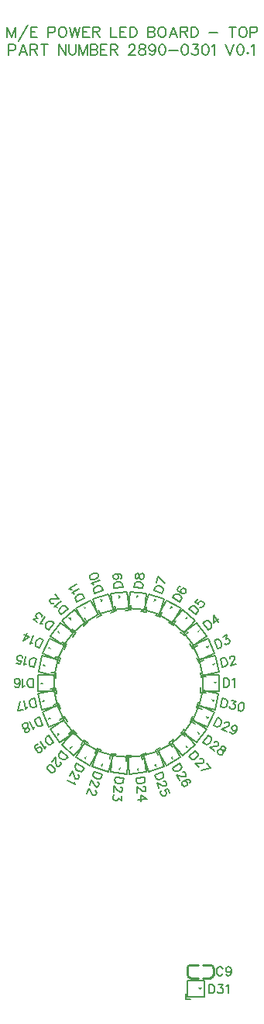
<source format=gto>
G04 Layer: TopSilkscreenLayer*
G04 EasyEDA v6.5.29, 2023-07-18 11:35:47*
G04 afcbc65135b8487390061542234f1994,5a6b42c53f6a479593ecc07194224c93,10*
G04 Gerber Generator version 0.2*
G04 Scale: 100 percent, Rotated: No, Reflected: No *
G04 Dimensions in millimeters *
G04 leading zeros omitted , absolute positions ,4 integer and 5 decimal *
%FSLAX45Y45*%
%MOMM*%

%ADD10C,0.2032*%
%ADD11C,0.1524*%
%ADD12C,0.1270*%
%ADD13C,0.2540*%

%LPD*%
D10*
X-2260625Y7309281D02*
G01*
X-2260625Y7194727D01*
X-2260625Y7309281D02*
G01*
X-2216937Y7194727D01*
X-2173249Y7309281D02*
G01*
X-2216937Y7194727D01*
X-2173249Y7309281D02*
G01*
X-2173249Y7194727D01*
X-2039137Y7331125D02*
G01*
X-2137435Y7156627D01*
X-2003069Y7309281D02*
G01*
X-2003069Y7194727D01*
X-2003069Y7309281D02*
G01*
X-1932203Y7309281D01*
X-2003069Y7254671D02*
G01*
X-1959635Y7254671D01*
X-2003069Y7194727D02*
G01*
X-1932203Y7194727D01*
X-1812315Y7309281D02*
G01*
X-1812315Y7194727D01*
X-1812315Y7309281D02*
G01*
X-1763039Y7309281D01*
X-1746783Y7303947D01*
X-1741449Y7298359D01*
X-1735861Y7287437D01*
X-1735861Y7271181D01*
X-1741449Y7260259D01*
X-1746783Y7254671D01*
X-1763039Y7249337D01*
X-1812315Y7249337D01*
X-1667027Y7309281D02*
G01*
X-1677949Y7303947D01*
X-1688871Y7293025D01*
X-1694459Y7282103D01*
X-1699793Y7265593D01*
X-1699793Y7238415D01*
X-1694459Y7221905D01*
X-1688871Y7210983D01*
X-1677949Y7200315D01*
X-1667027Y7194727D01*
X-1645437Y7194727D01*
X-1634515Y7200315D01*
X-1623593Y7210983D01*
X-1618005Y7221905D01*
X-1612671Y7238415D01*
X-1612671Y7265593D01*
X-1618005Y7282103D01*
X-1623593Y7293025D01*
X-1634515Y7303947D01*
X-1645437Y7309281D01*
X-1667027Y7309281D01*
X-1576603Y7309281D02*
G01*
X-1549425Y7194727D01*
X-1521993Y7309281D02*
G01*
X-1549425Y7194727D01*
X-1521993Y7309281D02*
G01*
X-1494815Y7194727D01*
X-1467637Y7309281D02*
G01*
X-1494815Y7194727D01*
X-1431569Y7309281D02*
G01*
X-1431569Y7194727D01*
X-1431569Y7309281D02*
G01*
X-1360703Y7309281D01*
X-1431569Y7254671D02*
G01*
X-1387881Y7254671D01*
X-1431569Y7194727D02*
G01*
X-1360703Y7194727D01*
X-1324635Y7309281D02*
G01*
X-1324635Y7194727D01*
X-1324635Y7309281D02*
G01*
X-1275613Y7309281D01*
X-1259103Y7303947D01*
X-1253769Y7298359D01*
X-1248181Y7287437D01*
X-1248181Y7276515D01*
X-1253769Y7265593D01*
X-1259103Y7260259D01*
X-1275613Y7254671D01*
X-1324635Y7254671D01*
X-1286535Y7254671D02*
G01*
X-1248181Y7194727D01*
X-1128293Y7309281D02*
G01*
X-1128293Y7194727D01*
X-1128293Y7194727D02*
G01*
X-1062761Y7194727D01*
X-1026693Y7309281D02*
G01*
X-1026693Y7194727D01*
X-1026693Y7309281D02*
G01*
X-955827Y7309281D01*
X-1026693Y7254671D02*
G01*
X-983259Y7254671D01*
X-1026693Y7194727D02*
G01*
X-955827Y7194727D01*
X-919759Y7309281D02*
G01*
X-919759Y7194727D01*
X-919759Y7309281D02*
G01*
X-881659Y7309281D01*
X-865403Y7303947D01*
X-854481Y7293025D01*
X-848893Y7282103D01*
X-843559Y7265593D01*
X-843559Y7238415D01*
X-848893Y7221905D01*
X-854481Y7210983D01*
X-865403Y7200315D01*
X-881659Y7194727D01*
X-919759Y7194727D01*
X-723417Y7309281D02*
G01*
X-723417Y7194727D01*
X-723417Y7309281D02*
G01*
X-674395Y7309281D01*
X-658139Y7303947D01*
X-652551Y7298359D01*
X-647217Y7287437D01*
X-647217Y7276515D01*
X-652551Y7265593D01*
X-658139Y7260259D01*
X-674395Y7254671D01*
X-723417Y7254671D02*
G01*
X-674395Y7254671D01*
X-658139Y7249337D01*
X-652551Y7243749D01*
X-647217Y7232827D01*
X-647217Y7216571D01*
X-652551Y7205649D01*
X-658139Y7200315D01*
X-674395Y7194727D01*
X-723417Y7194727D01*
X-578383Y7309281D02*
G01*
X-589305Y7303947D01*
X-600227Y7293025D01*
X-605815Y7282103D01*
X-611149Y7265593D01*
X-611149Y7238415D01*
X-605815Y7221905D01*
X-600227Y7210983D01*
X-589305Y7200315D01*
X-578383Y7194727D01*
X-556539Y7194727D01*
X-545617Y7200315D01*
X-534695Y7210983D01*
X-529361Y7221905D01*
X-523773Y7238415D01*
X-523773Y7265593D01*
X-529361Y7282103D01*
X-534695Y7293025D01*
X-545617Y7303947D01*
X-556539Y7309281D01*
X-578383Y7309281D01*
X-444271Y7309281D02*
G01*
X-487959Y7194727D01*
X-444271Y7309281D02*
G01*
X-400583Y7194727D01*
X-471449Y7232827D02*
G01*
X-417093Y7232827D01*
X-364515Y7309281D02*
G01*
X-364515Y7194727D01*
X-364515Y7309281D02*
G01*
X-315493Y7309281D01*
X-299237Y7303947D01*
X-293649Y7298359D01*
X-288315Y7287437D01*
X-288315Y7276515D01*
X-293649Y7265593D01*
X-299237Y7260259D01*
X-315493Y7254671D01*
X-364515Y7254671D01*
X-326415Y7254671D02*
G01*
X-288315Y7194727D01*
X-252247Y7309281D02*
G01*
X-252247Y7194727D01*
X-252247Y7309281D02*
G01*
X-214147Y7309281D01*
X-197637Y7303947D01*
X-186715Y7293025D01*
X-181381Y7282103D01*
X-175793Y7265593D01*
X-175793Y7238415D01*
X-181381Y7221905D01*
X-186715Y7210983D01*
X-197637Y7200315D01*
X-214147Y7194727D01*
X-252247Y7194727D01*
X-55905Y7243749D02*
G01*
X42392Y7243749D01*
X200380Y7309281D02*
G01*
X200380Y7194727D01*
X162280Y7309281D02*
G01*
X238734Y7309281D01*
X307314Y7309281D02*
G01*
X296392Y7303947D01*
X285470Y7293025D01*
X280136Y7282103D01*
X274548Y7265593D01*
X274548Y7238415D01*
X280136Y7221905D01*
X285470Y7210983D01*
X296392Y7200315D01*
X307314Y7194727D01*
X329158Y7194727D01*
X340080Y7200315D01*
X351002Y7210983D01*
X356590Y7221905D01*
X361924Y7238415D01*
X361924Y7265593D01*
X356590Y7282103D01*
X351002Y7293025D01*
X340080Y7303947D01*
X329158Y7309281D01*
X307314Y7309281D01*
X397992Y7309281D02*
G01*
X397992Y7194727D01*
X397992Y7309281D02*
G01*
X447014Y7309281D01*
X463270Y7303947D01*
X468858Y7298359D01*
X474192Y7287437D01*
X474192Y7271181D01*
X468858Y7260259D01*
X463270Y7254671D01*
X447014Y7249337D01*
X397992Y7249337D01*
X-2243099Y7115479D02*
G01*
X-2243099Y7000925D01*
X-2243099Y7115479D02*
G01*
X-2194077Y7115479D01*
X-2177567Y7109891D01*
X-2172233Y7104557D01*
X-2166645Y7093635D01*
X-2166645Y7077125D01*
X-2172233Y7066203D01*
X-2177567Y7060869D01*
X-2194077Y7055535D01*
X-2243099Y7055535D01*
X-2087143Y7115479D02*
G01*
X-2130831Y7000925D01*
X-2087143Y7115479D02*
G01*
X-2043455Y7000925D01*
X-2114321Y7039025D02*
G01*
X-2059711Y7039025D01*
X-2007387Y7115479D02*
G01*
X-2007387Y7000925D01*
X-2007387Y7115479D02*
G01*
X-1958365Y7115479D01*
X-1942109Y7109891D01*
X-1936521Y7104557D01*
X-1931187Y7093635D01*
X-1931187Y7082713D01*
X-1936521Y7071791D01*
X-1942109Y7066203D01*
X-1958365Y7060869D01*
X-2007387Y7060869D01*
X-1969287Y7060869D02*
G01*
X-1931187Y7000925D01*
X-1857019Y7115479D02*
G01*
X-1857019Y7000925D01*
X-1895119Y7115479D02*
G01*
X-1818665Y7115479D01*
X-1698777Y7115479D02*
G01*
X-1698777Y7000925D01*
X-1698777Y7115479D02*
G01*
X-1622323Y7000925D01*
X-1622323Y7115479D02*
G01*
X-1622323Y7000925D01*
X-1586255Y7115479D02*
G01*
X-1586255Y7033691D01*
X-1580921Y7017181D01*
X-1569999Y7006259D01*
X-1553743Y7000925D01*
X-1542821Y7000925D01*
X-1526311Y7006259D01*
X-1515389Y7017181D01*
X-1510055Y7033691D01*
X-1510055Y7115479D01*
X-1473987Y7115479D02*
G01*
X-1473987Y7000925D01*
X-1473987Y7115479D02*
G01*
X-1430299Y7000925D01*
X-1386611Y7115479D02*
G01*
X-1430299Y7000925D01*
X-1386611Y7115479D02*
G01*
X-1386611Y7000925D01*
X-1350797Y7115479D02*
G01*
X-1350797Y7000925D01*
X-1350797Y7115479D02*
G01*
X-1301521Y7115479D01*
X-1285265Y7109891D01*
X-1279931Y7104557D01*
X-1274343Y7093635D01*
X-1274343Y7082713D01*
X-1279931Y7071791D01*
X-1285265Y7066203D01*
X-1301521Y7060869D01*
X-1350797Y7060869D02*
G01*
X-1301521Y7060869D01*
X-1285265Y7055535D01*
X-1279931Y7049947D01*
X-1274343Y7039025D01*
X-1274343Y7022769D01*
X-1279931Y7011847D01*
X-1285265Y7006259D01*
X-1301521Y7000925D01*
X-1350797Y7000925D01*
X-1238275Y7115479D02*
G01*
X-1238275Y7000925D01*
X-1238275Y7115479D02*
G01*
X-1167409Y7115479D01*
X-1238275Y7060869D02*
G01*
X-1194841Y7060869D01*
X-1238275Y7000925D02*
G01*
X-1167409Y7000925D01*
X-1131341Y7115479D02*
G01*
X-1131341Y7000925D01*
X-1131341Y7115479D02*
G01*
X-1082319Y7115479D01*
X-1066063Y7109891D01*
X-1060475Y7104557D01*
X-1055141Y7093635D01*
X-1055141Y7082713D01*
X-1060475Y7071791D01*
X-1066063Y7066203D01*
X-1082319Y7060869D01*
X-1131341Y7060869D01*
X-1093241Y7060869D02*
G01*
X-1055141Y7000925D01*
X-929665Y7088047D02*
G01*
X-929665Y7093635D01*
X-924077Y7104557D01*
X-918743Y7109891D01*
X-907821Y7115479D01*
X-885977Y7115479D01*
X-875055Y7109891D01*
X-869721Y7104557D01*
X-864133Y7093635D01*
X-864133Y7082713D01*
X-869721Y7071791D01*
X-880643Y7055535D01*
X-934999Y7000925D01*
X-858799Y7000925D01*
X-795553Y7115479D02*
G01*
X-811809Y7109891D01*
X-817397Y7098969D01*
X-817397Y7088047D01*
X-811809Y7077125D01*
X-800887Y7071791D01*
X-779043Y7066203D01*
X-762787Y7060869D01*
X-751865Y7049947D01*
X-746277Y7039025D01*
X-746277Y7022769D01*
X-751865Y7011847D01*
X-757199Y7006259D01*
X-773709Y7000925D01*
X-795553Y7000925D01*
X-811809Y7006259D01*
X-817397Y7011847D01*
X-822731Y7022769D01*
X-822731Y7039025D01*
X-817397Y7049947D01*
X-806475Y7060869D01*
X-789965Y7066203D01*
X-768121Y7071791D01*
X-757199Y7077125D01*
X-751865Y7088047D01*
X-751865Y7098969D01*
X-757199Y7109891D01*
X-773709Y7115479D01*
X-795553Y7115479D01*
X-639343Y7077125D02*
G01*
X-644931Y7060869D01*
X-655853Y7049947D01*
X-672109Y7044613D01*
X-677697Y7044613D01*
X-693953Y7049947D01*
X-704875Y7060869D01*
X-710463Y7077125D01*
X-710463Y7082713D01*
X-704875Y7098969D01*
X-693953Y7109891D01*
X-677697Y7115479D01*
X-672109Y7115479D01*
X-655853Y7109891D01*
X-644931Y7098969D01*
X-639343Y7077125D01*
X-639343Y7049947D01*
X-644931Y7022769D01*
X-655853Y7006259D01*
X-672109Y7000925D01*
X-683031Y7000925D01*
X-699541Y7006259D01*
X-704875Y7017181D01*
X-570763Y7115479D02*
G01*
X-587019Y7109891D01*
X-597941Y7093635D01*
X-603529Y7066203D01*
X-603529Y7049947D01*
X-597941Y7022769D01*
X-587019Y7006259D01*
X-570763Y7000925D01*
X-559841Y7000925D01*
X-543585Y7006259D01*
X-532663Y7022769D01*
X-527075Y7049947D01*
X-527075Y7066203D01*
X-532663Y7093635D01*
X-543585Y7109891D01*
X-559841Y7115479D01*
X-570763Y7115479D01*
X-491007Y7049947D02*
G01*
X-392963Y7049947D01*
X-324129Y7115479D02*
G01*
X-340639Y7109891D01*
X-351561Y7093635D01*
X-356895Y7066203D01*
X-356895Y7049947D01*
X-351561Y7022769D01*
X-340639Y7006259D01*
X-324129Y7000925D01*
X-313207Y7000925D01*
X-296951Y7006259D01*
X-286029Y7022769D01*
X-280441Y7049947D01*
X-280441Y7066203D01*
X-286029Y7093635D01*
X-296951Y7109891D01*
X-313207Y7115479D01*
X-324129Y7115479D01*
X-233705Y7115479D02*
G01*
X-173761Y7115479D01*
X-206273Y7071791D01*
X-190017Y7071791D01*
X-179095Y7066203D01*
X-173761Y7060869D01*
X-168173Y7044613D01*
X-168173Y7033691D01*
X-173761Y7017181D01*
X-184683Y7006259D01*
X-200939Y7000925D01*
X-217195Y7000925D01*
X-233705Y7006259D01*
X-239039Y7011847D01*
X-244627Y7022769D01*
X-99593Y7115479D02*
G01*
X-115849Y7109891D01*
X-126771Y7093635D01*
X-132105Y7066203D01*
X-132105Y7049947D01*
X-126771Y7022769D01*
X-115849Y7006259D01*
X-99593Y7000925D01*
X-88671Y7000925D01*
X-72161Y7006259D01*
X-61239Y7022769D01*
X-55905Y7049947D01*
X-55905Y7066203D01*
X-61239Y7093635D01*
X-72161Y7109891D01*
X-88671Y7115479D01*
X-99593Y7115479D01*
X-19837Y7093635D02*
G01*
X-8915Y7098969D01*
X7340Y7115479D01*
X7340Y7000925D01*
X127482Y7115479D02*
G01*
X171170Y7000925D01*
X214604Y7115479D02*
G01*
X171170Y7000925D01*
X283438Y7115479D02*
G01*
X267182Y7109891D01*
X256260Y7093635D01*
X250672Y7066203D01*
X250672Y7049947D01*
X256260Y7022769D01*
X267182Y7006259D01*
X283438Y7000925D01*
X294360Y7000925D01*
X310616Y7006259D01*
X321538Y7022769D01*
X327126Y7049947D01*
X327126Y7066203D01*
X321538Y7093635D01*
X310616Y7109891D01*
X294360Y7115479D01*
X283438Y7115479D01*
X368528Y7028103D02*
G01*
X363194Y7022769D01*
X368528Y7017181D01*
X373862Y7022769D01*
X368528Y7028103D01*
X409930Y7093635D02*
G01*
X420852Y7098969D01*
X437362Y7115479D01*
X437362Y7000925D01*
D11*
X-54973Y-3141802D02*
G01*
X-54970Y-3237303D01*
X-54973Y-3141802D02*
G01*
X-23220Y-3141802D01*
X-9504Y-3146371D01*
X-360Y-3155518D01*
X4211Y-3164662D01*
X8783Y-3178378D01*
X8783Y-3200984D01*
X4211Y-3214700D01*
X-360Y-3223590D01*
X-9504Y-3232731D01*
X-23220Y-3237303D01*
X-54970Y-3237303D01*
X47899Y-3141802D02*
G01*
X97937Y-3141799D01*
X70505Y-3178378D01*
X84221Y-3178378D01*
X93365Y-3182693D01*
X97937Y-3187268D01*
X102255Y-3200984D01*
X102255Y-3210128D01*
X97937Y-3223590D01*
X88793Y-3232734D01*
X75077Y-3237306D01*
X61361Y-3237306D01*
X47899Y-3232734D01*
X43327Y-3228159D01*
X38755Y-3219272D01*
X132481Y-3160090D02*
G01*
X141371Y-3155518D01*
X155087Y-3141799D01*
X155087Y-3237306D01*
X-1976399Y100484D02*
G01*
X-1976399Y195988D01*
X-1976399Y100484D02*
G01*
X-2008149Y100484D01*
X-2021865Y105056D01*
X-2031009Y113946D01*
X-2035581Y123090D01*
X-2040153Y136806D01*
X-2040153Y159412D01*
X-2035581Y173128D01*
X-2031009Y182272D01*
X-2021865Y191416D01*
X-2008149Y195988D01*
X-1976399Y195988D01*
X-2070125Y118518D02*
G01*
X-2079015Y113946D01*
X-2092731Y100484D01*
X-2092731Y195988D01*
X-2177313Y113946D02*
G01*
X-2172741Y105056D01*
X-2159025Y100484D01*
X-2150135Y100484D01*
X-2136419Y105056D01*
X-2127275Y118518D01*
X-2122703Y141378D01*
X-2122703Y163984D01*
X-2127275Y182272D01*
X-2136419Y191416D01*
X-2150135Y195988D01*
X-2154707Y195988D01*
X-2168169Y191416D01*
X-2177313Y182272D01*
X-2181885Y168556D01*
X-2181885Y163984D01*
X-2177313Y150522D01*
X-2168169Y141378D01*
X-2154707Y136806D01*
X-2150135Y136806D01*
X-2136419Y141378D01*
X-2127275Y150522D01*
X-2122703Y163984D01*
X-1942734Y-113210D02*
G01*
X-1962589Y-19794D01*
X-1942734Y-113210D02*
G01*
X-1973790Y-119811D01*
X-1988157Y-118191D01*
X-1998949Y-111396D01*
X-2005322Y-103403D01*
X-2012647Y-90939D01*
X-2017346Y-68826D01*
X-2015726Y-54460D01*
X-2013155Y-44564D01*
X-2006112Y-33718D01*
X-1993645Y-26395D01*
X-1962589Y-19794D01*
X-2038162Y-115059D02*
G01*
X-2045906Y-121378D01*
X-2056523Y-137398D01*
X-2076381Y-43980D01*
X-2148202Y-156885D02*
G01*
X-2123584Y-54015D01*
X-2085840Y-143629D02*
G01*
X-2148202Y-156885D01*
X-1871886Y-309897D02*
G01*
X-1910730Y-222648D01*
X-1871886Y-309897D02*
G01*
X-1900890Y-322811D01*
X-1915279Y-324213D01*
X-1927247Y-319811D01*
X-1935144Y-313316D01*
X-1944900Y-302646D01*
X-1954095Y-281995D01*
X-1955497Y-267604D01*
X-1955040Y-257390D01*
X-1950405Y-245318D01*
X-1939734Y-235564D01*
X-1910730Y-222648D01*
X-1964842Y-331543D02*
G01*
X-1971103Y-339336D01*
X-1978159Y-357212D01*
X-2017003Y-269966D01*
X-2026424Y-378701D02*
G01*
X-2015754Y-368947D01*
X-2015192Y-358965D01*
X-2018911Y-350611D01*
X-2026808Y-344119D01*
X-2037021Y-343661D01*
X-2055355Y-346819D01*
X-2069744Y-348221D01*
X-2081715Y-343819D01*
X-2089609Y-337324D01*
X-2095190Y-324794D01*
X-2094730Y-314581D01*
X-2092413Y-308546D01*
X-2081743Y-298790D01*
X-2065268Y-291454D01*
X-2050879Y-290052D01*
X-2044842Y-292369D01*
X-2036947Y-298864D01*
X-2031367Y-311393D01*
X-2031824Y-321607D01*
X-2036564Y-333448D01*
X-2047234Y-343202D01*
X-2061850Y-354716D01*
X-2068342Y-362610D01*
X-2068799Y-372823D01*
X-2065080Y-381177D01*
X-2057288Y-387438D01*
X-2042899Y-386036D01*
X-2026424Y-378701D01*
X-1752028Y-502556D02*
G01*
X-1808165Y-425292D01*
X-1752028Y-502556D02*
G01*
X-1777715Y-521218D01*
X-1791497Y-525581D01*
X-1804121Y-523765D01*
X-1813194Y-519054D01*
X-1824956Y-510644D01*
X-1838243Y-492356D01*
X-1842607Y-478571D01*
X-1844281Y-468487D01*
X-1842259Y-455716D01*
X-1833849Y-443953D01*
X-1808165Y-425292D01*
X-1838454Y-543057D02*
G01*
X-1842957Y-551982D01*
X-1846143Y-570936D01*
X-1902279Y-493671D01*
X-1936932Y-597651D02*
G01*
X-1941296Y-583867D01*
X-1939122Y-571301D01*
X-1930920Y-559688D01*
X-1927219Y-557001D01*
X-1913437Y-552637D01*
X-1900814Y-554456D01*
X-1889053Y-562866D01*
X-1886366Y-566564D01*
X-1882002Y-580349D01*
X-1884174Y-592914D01*
X-1892584Y-604674D01*
X-1896282Y-607362D01*
X-1909861Y-611578D01*
X-1922482Y-609760D01*
X-1936932Y-597651D01*
X-1950219Y-579363D01*
X-1959957Y-558182D01*
X-1960620Y-541710D01*
X-1952419Y-530097D01*
X-1945020Y-524723D01*
X-1931235Y-520362D01*
X-1922162Y-525071D01*
X-1598279Y-657918D02*
G01*
X-1669252Y-594014D01*
X-1598279Y-657918D02*
G01*
X-1619524Y-681515D01*
X-1632099Y-688647D01*
X-1645013Y-689325D01*
X-1654868Y-686602D01*
X-1668119Y-680824D01*
X-1684919Y-665695D01*
X-1692054Y-653122D01*
X-1695790Y-643605D01*
X-1696278Y-630862D01*
X-1690496Y-617608D01*
X-1669252Y-594014D01*
X-1681040Y-715672D02*
G01*
X-1677644Y-718731D01*
X-1673738Y-728057D01*
X-1673400Y-734517D01*
X-1676120Y-744369D01*
X-1688358Y-757961D01*
X-1697873Y-761697D01*
X-1704159Y-761847D01*
X-1714014Y-759127D01*
X-1720811Y-753008D01*
X-1724545Y-743491D01*
X-1728602Y-727877D01*
X-1731967Y-663666D01*
X-1774456Y-710857D01*
X-1741893Y-817420D02*
G01*
X-1736115Y-804169D01*
X-1740189Y-788195D01*
X-1754118Y-769500D01*
X-1764121Y-760493D01*
X-1784169Y-748593D01*
X-1800293Y-746381D01*
X-1812869Y-753516D01*
X-1818985Y-760310D01*
X-1824596Y-773374D01*
X-1820710Y-789177D01*
X-1806783Y-807872D01*
X-1796778Y-816879D01*
X-1776729Y-828779D01*
X-1760418Y-831161D01*
X-1748012Y-824214D01*
X-1741893Y-817420D01*
X-1415925Y-777753D02*
G01*
X-1498635Y-730001D01*
X-1415925Y-777753D02*
G01*
X-1431800Y-805248D01*
X-1442618Y-814842D01*
X-1454889Y-818316D01*
X-1464967Y-817483D01*
X-1479130Y-814585D01*
X-1498709Y-803282D01*
X-1508302Y-792464D01*
X-1514060Y-784153D01*
X-1517408Y-771662D01*
X-1514510Y-757496D01*
X-1498635Y-730001D01*
X-1484525Y-851359D02*
G01*
X-1480565Y-853645D01*
X-1475153Y-862048D01*
X-1473479Y-868293D01*
X-1474091Y-878499D01*
X-1483235Y-894336D01*
X-1491640Y-899749D01*
X-1497886Y-901423D01*
X-1507870Y-900937D01*
X-1515790Y-896365D01*
X-1521421Y-887834D01*
X-1528729Y-873058D01*
X-1545371Y-810950D01*
X-1577248Y-866162D01*
X-1525143Y-930854D02*
G01*
X-1525755Y-941059D01*
X-1520954Y-959667D01*
X-1603664Y-911915D01*
X-1220048Y-848819D02*
G01*
X-1310878Y-819307D01*
X-1220048Y-848819D02*
G01*
X-1229860Y-879015D01*
X-1238445Y-890648D01*
X-1249969Y-896518D01*
X-1259837Y-898118D01*
X-1274295Y-898230D01*
X-1296034Y-891166D01*
X-1307424Y-882657D01*
X-1314709Y-875482D01*
X-1320579Y-863960D01*
X-1320690Y-849502D01*
X-1310878Y-819307D01*
X-1271922Y-935321D02*
G01*
X-1267818Y-936655D01*
X-1260533Y-943828D01*
X-1257518Y-949347D01*
X-1255996Y-959457D01*
X-1261648Y-976850D01*
X-1268821Y-984135D01*
X-1274582Y-987069D01*
X-1284615Y-988352D01*
X-1293068Y-985603D01*
X-1300431Y-978672D01*
X-1310650Y-965735D01*
X-1339842Y-908446D01*
X-1359463Y-968837D01*
X-1300807Y-1024219D02*
G01*
X-1296700Y-1025552D01*
X-1289418Y-1032725D01*
X-1286482Y-1038486D01*
X-1284960Y-1048595D01*
X-1290533Y-1065748D01*
X-1297706Y-1073033D01*
X-1303467Y-1075966D01*
X-1313576Y-1077490D01*
X-1322031Y-1074742D01*
X-1329316Y-1067569D01*
X-1339535Y-1054633D01*
X-1368724Y-997343D01*
X-1388427Y-1057976D01*
X-986980Y-891819D02*
G01*
X-1081961Y-881834D01*
X-986980Y-891819D02*
G01*
X-990300Y-923394D01*
X-996281Y-936558D01*
X-1006304Y-944443D01*
X-1015875Y-948034D01*
X-1029741Y-951174D01*
X-1052476Y-948783D01*
X-1065639Y-942804D01*
X-1074003Y-937328D01*
X-1082166Y-927531D01*
X-1085281Y-913411D01*
X-1081961Y-881834D01*
X-1019964Y-986937D02*
G01*
X-1015418Y-987414D01*
X-1006802Y-992916D01*
X-1002733Y-997940D01*
X-999142Y-1007513D01*
X-1001026Y-1025448D01*
X-1006528Y-1034064D01*
X-1011554Y-1038133D01*
X-1021125Y-1041725D01*
X-1030218Y-1040770D01*
X-1038583Y-1035293D01*
X-1051267Y-1024765D01*
X-1091732Y-974796D01*
X-1098397Y-1038199D01*
X-1007506Y-1087084D02*
G01*
X-1012736Y-1136848D01*
X-1045989Y-1105771D01*
X-1047424Y-1119411D01*
X-1052926Y-1128026D01*
X-1057953Y-1132095D01*
X-1072045Y-1134958D01*
X-1081138Y-1134000D01*
X-1094074Y-1128301D01*
X-1102212Y-1118250D01*
X-1105326Y-1104130D01*
X-1103894Y-1090490D01*
X-1097937Y-1077579D01*
X-1092913Y-1073510D01*
X-1083594Y-1069893D01*
X-758515Y-883274D02*
G01*
X-853495Y-893259D01*
X-758515Y-883274D02*
G01*
X-755195Y-914852D01*
X-758309Y-928971D01*
X-766193Y-938994D01*
X-774809Y-944496D01*
X-787974Y-950478D01*
X-810455Y-952840D01*
X-824572Y-949726D01*
X-834146Y-946134D01*
X-844194Y-937999D01*
X-850176Y-924834D01*
X-853495Y-893259D01*
X-770722Y-983399D02*
G01*
X-766175Y-982921D01*
X-756856Y-986538D01*
X-751829Y-990607D01*
X-746353Y-998971D01*
X-744443Y-1017158D01*
X-748032Y-1026731D01*
X-752101Y-1031755D01*
X-760493Y-1036977D01*
X-769586Y-1037935D01*
X-779132Y-1034595D01*
X-793729Y-1026934D01*
X-843699Y-986472D01*
X-837059Y-1049624D01*
X-734194Y-1114666D02*
G01*
X-802073Y-1076337D01*
X-794956Y-1144038D01*
X-734194Y-1114666D02*
G01*
X-829175Y-1124648D01*
X-559694Y-824577D02*
G01*
X-650521Y-854090D01*
X-559694Y-824577D02*
G01*
X-549882Y-854773D01*
X-549991Y-869231D01*
X-555619Y-880673D01*
X-562904Y-887849D01*
X-574535Y-896434D01*
X-596036Y-903422D01*
X-610494Y-903310D01*
X-620603Y-901788D01*
X-632124Y-895918D01*
X-640712Y-884285D01*
X-650521Y-854090D01*
X-550816Y-925050D02*
G01*
X-546468Y-923637D01*
X-536600Y-925238D01*
X-530918Y-927933D01*
X-523745Y-935215D01*
X-518093Y-952609D01*
X-519615Y-962718D01*
X-522551Y-968479D01*
X-529671Y-975332D01*
X-538368Y-978159D01*
X-548398Y-976878D01*
X-564268Y-972418D01*
X-621560Y-943228D01*
X-601936Y-1003620D01*
X-484969Y-1054549D02*
G01*
X-499021Y-1011311D01*
X-539325Y-1019599D01*
X-533565Y-1022532D01*
X-524977Y-1034166D01*
X-520738Y-1047211D01*
X-520928Y-1061425D01*
X-526798Y-1072949D01*
X-538187Y-1081455D01*
X-546884Y-1084282D01*
X-561342Y-1084173D01*
X-572863Y-1078301D01*
X-581372Y-1066911D01*
X-585612Y-1053866D01*
X-585500Y-1039408D01*
X-582566Y-1033647D01*
X-575282Y-1026474D01*
X-372292Y-728512D02*
G01*
X-455000Y-776264D01*
X-372292Y-728512D02*
G01*
X-356417Y-756008D01*
X-353519Y-770173D01*
X-356864Y-782665D01*
X-362498Y-791197D01*
X-372089Y-802012D01*
X-391668Y-813315D01*
X-405833Y-816216D01*
X-415818Y-816701D01*
X-428307Y-813353D01*
X-439125Y-803760D01*
X-455000Y-776264D01*
X-342940Y-825070D02*
G01*
X-338980Y-822784D01*
X-328902Y-821954D01*
X-322658Y-823625D01*
X-314126Y-829259D01*
X-304982Y-845098D01*
X-304370Y-855301D01*
X-306169Y-861326D01*
X-311802Y-869858D01*
X-319722Y-874430D01*
X-329925Y-875042D01*
X-346029Y-874074D01*
X-408137Y-857435D01*
X-376387Y-912426D01*
X-263265Y-944783D02*
G01*
X-257634Y-936251D01*
X-260405Y-922307D01*
X-264977Y-914387D01*
X-275795Y-904796D01*
X-292244Y-903734D01*
X-314109Y-911077D01*
X-333905Y-922507D01*
X-347238Y-935484D01*
X-350583Y-947976D01*
X-347685Y-962139D01*
X-345399Y-966099D01*
X-334708Y-975471D01*
X-322219Y-978819D01*
X-308274Y-976048D01*
X-304314Y-973762D01*
X-294721Y-962944D01*
X-291376Y-950452D01*
X-294365Y-936635D01*
X-296651Y-932675D01*
X-307251Y-922957D01*
X-319740Y-919609D01*
X-333905Y-922507D01*
X-201909Y-592048D02*
G01*
X-272882Y-655954D01*
X-201909Y-592048D02*
G01*
X-180665Y-615645D01*
X-174884Y-628896D01*
X-175562Y-641809D01*
X-179108Y-651156D01*
X-186413Y-663541D01*
X-203400Y-678840D01*
X-216293Y-684639D01*
X-226148Y-687359D01*
X-239062Y-686681D01*
X-251637Y-679549D01*
X-272882Y-655954D01*
X-153103Y-680036D02*
G01*
X-149895Y-677146D01*
X-140040Y-674425D01*
X-133583Y-674763D01*
X-124068Y-678500D01*
X-111831Y-692091D01*
X-109280Y-701756D01*
X-109618Y-708212D01*
X-113355Y-717730D01*
X-119961Y-723679D01*
X-129816Y-726399D01*
X-145956Y-728969D01*
X-210167Y-725606D01*
X-167678Y-772794D01*
X-33990Y-778543D02*
G01*
X-135384Y-808659D01*
X-76649Y-731164D02*
G01*
X-33990Y-778543D01*
X-63606Y-422955D02*
G01*
X-119743Y-500219D01*
X-63606Y-422955D02*
G01*
X-37919Y-441617D01*
X-29512Y-453379D01*
X-27487Y-466150D01*
X-29164Y-476237D01*
X-33378Y-489813D01*
X-46814Y-508309D01*
X-58574Y-516717D01*
X-67500Y-521223D01*
X-80271Y-523245D01*
X-94056Y-518881D01*
X-119743Y-500219D01*
X2481Y-499226D02*
G01*
X5168Y-495528D01*
X14241Y-490819D01*
X20627Y-489808D01*
X30507Y-491335D01*
X45303Y-502084D01*
X50012Y-511157D01*
X51023Y-517542D01*
X49143Y-527479D01*
X43769Y-534875D01*
X35049Y-539531D01*
X19591Y-545251D01*
X-43916Y-555310D01*
X7454Y-592635D01*
X106334Y-546425D02*
G01*
X92549Y-542061D01*
X83477Y-546773D01*
X78102Y-554169D01*
X76575Y-564050D01*
X81285Y-573123D01*
X93393Y-587570D01*
X101597Y-599183D01*
X103619Y-611954D01*
X101942Y-622040D01*
X94030Y-632929D01*
X84957Y-637641D01*
X78572Y-638652D01*
X64993Y-634438D01*
X50198Y-623689D01*
X41788Y-611929D01*
X40777Y-605541D01*
X42659Y-595607D01*
X50571Y-584715D01*
X59438Y-579856D01*
X72212Y-577832D01*
X85994Y-582195D01*
X103273Y-589097D01*
X113357Y-590773D01*
X122280Y-586267D01*
X127655Y-578871D01*
X129331Y-568784D01*
X121130Y-557174D01*
X106334Y-546425D01*
X36659Y-229085D02*
G01*
X-2184Y-316331D01*
X36659Y-229085D02*
G01*
X65664Y-241998D01*
X76103Y-251650D01*
X80840Y-263491D01*
X81297Y-273705D01*
X79895Y-288094D01*
X70700Y-308747D01*
X60944Y-319417D01*
X53050Y-325909D01*
X40977Y-330545D01*
X26819Y-329247D01*
X-2184Y-316331D01*
X117033Y-289615D02*
G01*
X118892Y-285437D01*
X126685Y-279176D01*
X132720Y-276859D01*
X142933Y-276402D01*
X159407Y-283735D01*
X165902Y-291632D01*
X168219Y-297670D01*
X168780Y-307649D01*
X165061Y-316003D01*
X157165Y-322498D01*
X143233Y-331307D01*
X83205Y-354350D01*
X141447Y-380281D01*
X248592Y-358198D02*
G01*
X239069Y-368973D01*
X227098Y-373374D01*
X212709Y-371972D01*
X208534Y-370113D01*
X197863Y-360357D01*
X193357Y-348620D01*
X194759Y-334230D01*
X196618Y-330055D01*
X206375Y-319382D01*
X218112Y-314878D01*
X232501Y-316280D01*
X236677Y-318140D01*
X247347Y-327896D01*
X252087Y-339735D01*
X248592Y-358198D01*
X239397Y-378851D01*
X226156Y-397977D01*
X212222Y-406788D01*
X197832Y-405386D01*
X189478Y-401667D01*
X179042Y-392015D01*
X178584Y-381802D01*
X94112Y-18285D02*
G01*
X74254Y-111701D01*
X94112Y-18285D02*
G01*
X125415Y-24940D01*
X137632Y-32209D01*
X144675Y-43055D01*
X147246Y-52951D01*
X148920Y-67068D01*
X144167Y-89430D01*
X136895Y-101645D01*
X130522Y-109641D01*
X119677Y-116682D01*
X105559Y-118356D01*
X74254Y-111701D01*
X194734Y-39674D02*
G01*
X243677Y-50076D01*
X209293Y-79900D01*
X222709Y-82753D01*
X230703Y-89126D01*
X234223Y-94548D01*
X235844Y-108915D01*
X233997Y-117612D01*
X226672Y-130078D01*
X215828Y-137121D01*
X201460Y-138742D01*
X188292Y-135943D01*
X175826Y-128617D01*
X172305Y-123195D01*
X169735Y-113301D01*
X304050Y-62910D02*
G01*
X289684Y-64531D01*
X278137Y-76098D01*
X268965Y-97259D01*
X266113Y-110675D01*
X265884Y-133738D01*
X271729Y-149004D01*
X284195Y-156326D01*
X293138Y-158229D01*
X307505Y-156608D01*
X319051Y-145039D01*
X328223Y-123878D01*
X331076Y-110462D01*
X331304Y-87398D01*
X325460Y-72135D01*
X312994Y-64810D01*
X304050Y-62910D01*
X-1964298Y319272D02*
G01*
X-1944443Y412691D01*
X-1964298Y319272D02*
G01*
X-1995355Y325874D01*
X-2007821Y333199D01*
X-2014616Y343989D01*
X-2017186Y353888D01*
X-2018807Y368254D01*
X-2014105Y390364D01*
X-2006782Y402831D01*
X-2000410Y410824D01*
X-1989863Y417672D01*
X-1975500Y419293D01*
X-1944443Y412691D01*
X-2051926Y356595D02*
G01*
X-2061822Y354027D01*
X-2078088Y343461D01*
X-2058233Y436877D01*
X-2160821Y361045D02*
G01*
X-2116350Y351594D01*
X-2103376Y390641D01*
X-2108746Y387370D01*
X-2122865Y385696D01*
X-2136282Y388548D01*
X-2148746Y395871D01*
X-2155842Y406468D01*
X-2157214Y420781D01*
X-2155311Y429727D01*
X-2148238Y442247D01*
X-2137445Y449038D01*
X-2123076Y450662D01*
X-2109663Y447809D01*
X-2097445Y440540D01*
X-2093925Y435114D01*
X-2091298Y425470D01*
X-1906686Y529943D02*
G01*
X-1867842Y617192D01*
X-1906686Y529943D02*
G01*
X-1935690Y542858D01*
X-1946361Y552615D01*
X-1950763Y564583D01*
X-1951220Y574796D01*
X-1949818Y589188D01*
X-1940623Y609838D01*
X-1930867Y620509D01*
X-1922973Y627004D01*
X-1911233Y631507D01*
X-1896846Y630105D01*
X-1867842Y617192D01*
X-1984636Y584669D02*
G01*
X-1994849Y584215D01*
X-2012960Y577260D01*
X-1974113Y664509D01*
X-2081875Y607943D02*
G01*
X-2014410Y647694D01*
X-2076594Y675383D01*
X-2081875Y607943D02*
G01*
X-2043031Y695192D01*
X-1806526Y724032D02*
G01*
X-1750392Y801296D01*
X-1806526Y724032D02*
G01*
X-1832213Y742693D01*
X-1840623Y754456D01*
X-1842439Y767077D01*
X-1840763Y777163D01*
X-1836399Y790948D01*
X-1823112Y809236D01*
X-1811352Y817646D01*
X-1802279Y822355D01*
X-1789861Y824321D01*
X-1776077Y819960D01*
X-1750392Y801296D01*
X-1871398Y793767D02*
G01*
X-1881482Y795446D01*
X-1900641Y792408D01*
X-1844504Y869675D01*
X-1932287Y815400D02*
G01*
X-1972767Y844814D01*
X-1929076Y858278D01*
X-1940173Y866340D01*
X-1945032Y875210D01*
X-1946043Y881595D01*
X-1941476Y895230D01*
X-1936099Y902627D01*
X-1924545Y911186D01*
X-1911924Y913003D01*
X-1898136Y908641D01*
X-1887042Y900579D01*
X-1878837Y888969D01*
X-1877829Y882581D01*
X-1879353Y872700D01*
X-1668205Y893053D02*
G01*
X-1597233Y956960D01*
X-1668205Y893053D02*
G01*
X-1689450Y916650D01*
X-1695231Y929904D01*
X-1694385Y942627D01*
X-1690646Y952144D01*
X-1683511Y964719D01*
X-1666714Y979845D01*
X-1653461Y985626D01*
X-1643608Y988347D01*
X-1631053Y987686D01*
X-1618477Y980554D01*
X-1597233Y956960D01*
X-1717159Y974755D02*
G01*
X-1726674Y978491D01*
X-1746046Y979505D01*
X-1675074Y1043411D01*
X-1752173Y1020475D02*
G01*
X-1755569Y1017414D01*
X-1765427Y1014694D01*
X-1771883Y1015032D01*
X-1781228Y1018580D01*
X-1793463Y1032172D01*
X-1796186Y1042024D01*
X-1795848Y1048484D01*
X-1792112Y1057998D01*
X-1785317Y1064117D01*
X-1775462Y1066838D01*
X-1759338Y1069047D01*
X-1695127Y1065684D01*
X-1737619Y1112875D01*
X-1497766Y1029624D02*
G01*
X-1415056Y1077376D01*
X-1497766Y1029624D02*
G01*
X-1513639Y1057120D01*
X-1516540Y1071285D01*
X-1513065Y1083556D01*
X-1507431Y1092088D01*
X-1497837Y1102906D01*
X-1478262Y1114209D01*
X-1464096Y1117107D01*
X-1453893Y1117719D01*
X-1441749Y1114463D01*
X-1430931Y1104874D01*
X-1415056Y1077376D01*
X-1528663Y1119718D02*
G01*
X-1537192Y1125352D01*
X-1555930Y1130371D01*
X-1473222Y1178123D01*
X-1555079Y1165471D02*
G01*
X-1563608Y1171105D01*
X-1582219Y1175905D01*
X-1499509Y1223657D01*
X-1302656Y1127772D02*
G01*
X-1211826Y1157284D01*
X-1302656Y1127772D02*
G01*
X-1312466Y1157968D01*
X-1312357Y1172428D01*
X-1306408Y1183706D01*
X-1299123Y1190881D01*
X-1287490Y1199469D01*
X-1265991Y1206454D01*
X-1251534Y1206342D01*
X-1241425Y1204821D01*
X-1230223Y1199113D01*
X-1221635Y1187483D01*
X-1211826Y1157284D01*
X-1314145Y1222321D02*
G01*
X-1321318Y1229606D01*
X-1338602Y1238410D01*
X-1247772Y1267924D01*
X-1356263Y1292763D02*
G01*
X-1347757Y1281374D01*
X-1331884Y1276916D01*
X-1308973Y1279552D01*
X-1295928Y1283792D01*
X-1275600Y1295204D01*
X-1265621Y1308059D01*
X-1265433Y1322275D01*
X-1268260Y1330972D01*
X-1276847Y1342605D01*
X-1292473Y1347139D01*
X-1315552Y1344183D01*
X-1328597Y1339943D01*
X-1348762Y1328854D01*
X-1358978Y1315918D01*
X-1359087Y1301460D01*
X-1356263Y1292763D01*
X-1091404Y1183210D02*
G01*
X-996424Y1193195D01*
X-1091404Y1183210D02*
G01*
X-1094722Y1214788D01*
X-1091608Y1228907D01*
X-1083444Y1238704D01*
X-1074826Y1244206D01*
X-1061664Y1250188D01*
X-1039182Y1252550D01*
X-1025062Y1249436D01*
X-1015491Y1245847D01*
X-1005720Y1237932D01*
X-999741Y1224770D01*
X-996424Y1193195D01*
X-1075532Y1338374D02*
G01*
X-1061664Y1335234D01*
X-1051615Y1327096D01*
X-1045662Y1314185D01*
X-1045182Y1309639D01*
X-1048296Y1295519D01*
X-1056434Y1285471D01*
X-1069345Y1279517D01*
X-1073891Y1279039D01*
X-1088009Y1282151D01*
X-1098059Y1290289D01*
X-1104041Y1303451D01*
X-1104518Y1308000D01*
X-1101379Y1321864D01*
X-1093241Y1331915D01*
X-1075532Y1338374D01*
X-1053048Y1340739D01*
X-1029837Y1338580D01*
X-1015491Y1330893D01*
X-1009538Y1317980D01*
X-1008580Y1308889D01*
X-1011694Y1294770D01*
X-1020058Y1289293D01*
X-873239Y1193515D02*
G01*
X-778258Y1183533D01*
X-873239Y1193515D02*
G01*
X-869919Y1225092D01*
X-863937Y1238257D01*
X-853917Y1246141D01*
X-844341Y1249733D01*
X-830224Y1252844D01*
X-807742Y1250482D01*
X-794578Y1244500D01*
X-785962Y1238999D01*
X-778052Y1229227D01*
X-774938Y1215110D01*
X-778258Y1183533D01*
X-861077Y1309209D02*
G01*
X-857963Y1295092D01*
X-849348Y1289588D01*
X-840254Y1288633D01*
X-830684Y1292227D01*
X-825179Y1300840D01*
X-818974Y1318577D01*
X-813020Y1331488D01*
X-802970Y1339626D01*
X-793396Y1343218D01*
X-779757Y1341785D01*
X-771395Y1336306D01*
X-767326Y1331282D01*
X-764212Y1317162D01*
X-766097Y1299227D01*
X-772078Y1286065D01*
X-777102Y1281996D01*
X-786422Y1278379D01*
X-800064Y1279812D01*
X-808677Y1285316D01*
X-816818Y1295364D01*
X-819929Y1309484D01*
X-822340Y1327871D01*
X-825931Y1337442D01*
X-834544Y1342943D01*
X-843640Y1343901D01*
X-853211Y1340309D01*
X-859193Y1327144D01*
X-861077Y1309209D01*
X-657702Y1158237D02*
G01*
X-566872Y1128725D01*
X-657702Y1158237D02*
G01*
X-647890Y1188432D01*
X-639302Y1200066D01*
X-627860Y1205694D01*
X-617748Y1207218D01*
X-603290Y1207328D01*
X-581792Y1200340D01*
X-570158Y1191755D01*
X-562876Y1184582D01*
X-557169Y1173378D01*
X-557060Y1158923D01*
X-566872Y1128725D01*
X-609117Y1307769D02*
G01*
X-532335Y1235016D01*
X-628817Y1247134D02*
G01*
X-609117Y1307769D01*
X-454207Y1078918D02*
G01*
X-371500Y1031166D01*
X-454207Y1078918D02*
G01*
X-438332Y1106413D01*
X-427515Y1116007D01*
X-415152Y1119134D01*
X-404944Y1118522D01*
X-390781Y1115621D01*
X-371205Y1104318D01*
X-361612Y1093500D01*
X-355978Y1084971D01*
X-352724Y1072824D01*
X-355622Y1058661D01*
X-371500Y1031166D01*
X-368287Y1200302D02*
G01*
X-378493Y1200914D01*
X-389183Y1191541D01*
X-393755Y1183622D01*
X-396654Y1169459D01*
X-389348Y1154681D01*
X-372056Y1139418D01*
X-352259Y1127988D01*
X-334134Y1122804D01*
X-321866Y1126276D01*
X-311045Y1135870D01*
X-308762Y1139830D01*
X-305991Y1153774D01*
X-309118Y1166139D01*
X-318706Y1176957D01*
X-322666Y1179243D01*
X-336834Y1182141D01*
X-349323Y1178793D01*
X-359793Y1169294D01*
X-362079Y1165334D01*
X-365198Y1151298D01*
X-361850Y1138809D01*
X-352259Y1127988D01*
X-271652Y959022D02*
G01*
X-200680Y895118D01*
X-271652Y959022D02*
G01*
X-250408Y982616D01*
X-237832Y989751D01*
X-225089Y990239D01*
X-215231Y987518D01*
X-201980Y981737D01*
X-185183Y966609D01*
X-178048Y954034D01*
X-174312Y944519D01*
X-173654Y931964D01*
X-179433Y918712D01*
X-200680Y895118D01*
X-172567Y1069070D02*
G01*
X-202989Y1035281D01*
X-175658Y1004519D01*
X-175806Y1010805D01*
X-170030Y1024059D01*
X-160850Y1034252D01*
X-148445Y1041196D01*
X-135719Y1042042D01*
X-122466Y1036261D01*
X-115671Y1030145D01*
X-108536Y1017569D01*
X-108051Y1004826D01*
X-113659Y991760D01*
X-122839Y981567D01*
X-135415Y974435D01*
X-141871Y974097D01*
X-151536Y976647D01*
X-117977Y803534D02*
G01*
X-61991Y726475D01*
X-117977Y803534D02*
G01*
X-92290Y822195D01*
X-78656Y826764D01*
X-65885Y824743D01*
X-56809Y820031D01*
X-45049Y811623D01*
X-31762Y793333D01*
X-27398Y779551D01*
X-25722Y769465D01*
X-27894Y756899D01*
X-36304Y745136D01*
X-61991Y726475D01*
X-5369Y885350D02*
G01*
X-4825Y807252D01*
X50243Y847265D01*
X-5369Y885350D02*
G01*
X50617Y808291D01*
X1887Y610943D02*
G01*
X40731Y523694D01*
X1887Y610943D02*
G01*
X30891Y623857D01*
X45280Y625259D01*
X57249Y620857D01*
X65145Y614362D01*
X74902Y603691D01*
X84096Y583041D01*
X85498Y568650D01*
X85041Y558436D01*
X80406Y546364D01*
X69735Y536610D01*
X40731Y523694D01*
X95631Y652680D02*
G01*
X141343Y673033D01*
X131287Y628797D01*
X143817Y634375D01*
X153799Y633813D01*
X159834Y631497D01*
X169486Y621057D01*
X173207Y612706D01*
X174609Y598314D01*
X169974Y586242D01*
X159534Y576590D01*
X147005Y571012D01*
X132615Y569610D01*
X126812Y572030D01*
X118915Y578525D01*
X72735Y414256D02*
G01*
X92590Y320840D01*
X72735Y414256D02*
G01*
X103792Y420857D01*
X118158Y419237D01*
X128950Y412442D01*
X135323Y404449D01*
X142648Y391985D01*
X147347Y369872D01*
X145727Y355506D01*
X143156Y345610D01*
X136113Y334764D01*
X123647Y327441D01*
X92590Y320840D01*
X173586Y412582D02*
G01*
X172633Y417055D01*
X175011Y426648D01*
X178531Y432071D01*
X186524Y438444D01*
X204414Y442247D01*
X214058Y439623D01*
X219481Y436100D01*
X225803Y428355D01*
X227703Y419412D01*
X225132Y409516D01*
X219288Y394253D01*
X184269Y340326D01*
X246382Y353529D01*
X106400Y200560D02*
G01*
X106400Y105056D01*
X106400Y200560D02*
G01*
X138150Y200560D01*
X151866Y195988D01*
X161010Y187098D01*
X165582Y177954D01*
X170154Y164238D01*
X170154Y141632D01*
X165582Y127916D01*
X161010Y118772D01*
X151866Y109628D01*
X138150Y105056D01*
X106400Y105056D01*
X200126Y182526D02*
G01*
X209016Y187098D01*
X222732Y200560D01*
X222732Y105056D01*
X98425Y-2973196D02*
G01*
X93853Y-2964052D01*
X84709Y-2954909D01*
X75565Y-2950590D01*
X57531Y-2950590D01*
X48387Y-2954909D01*
X39243Y-2964052D01*
X34671Y-2973196D01*
X30099Y-2986912D01*
X30099Y-3009518D01*
X34671Y-3023234D01*
X39243Y-3032378D01*
X48387Y-3041268D01*
X57531Y-3045840D01*
X75565Y-3045840D01*
X84709Y-3041268D01*
X93853Y-3032378D01*
X98425Y-3023234D01*
X187579Y-2982340D02*
G01*
X183006Y-2995802D01*
X173863Y-3004946D01*
X160147Y-3009518D01*
X155575Y-3009518D01*
X142113Y-3004946D01*
X132969Y-2995802D01*
X128397Y-2982340D01*
X128397Y-2977768D01*
X132969Y-2964052D01*
X142113Y-2954909D01*
X155575Y-2950590D01*
X160147Y-2950590D01*
X173863Y-2954909D01*
X183006Y-2964052D01*
X187579Y-2982340D01*
X187579Y-3004946D01*
X183006Y-3027806D01*
X173863Y-3041268D01*
X160147Y-3045840D01*
X151003Y-3045840D01*
X137540Y-3041268D01*
X132969Y-3032378D01*
G36*
X-173380Y-3178556D02*
G01*
X-150876Y-3201060D01*
X-128371Y-3178556D01*
G37*
G36*
X-1884222Y160528D02*
G01*
X-1906727Y138023D01*
X-1861718Y138023D01*
G37*
G36*
X-1865579Y-36728D02*
G01*
X-1882902Y-63398D01*
X-1838909Y-54051D01*
G37*
G36*
X-1806346Y-225755D02*
G01*
X-1817776Y-255422D01*
X-1776628Y-237134D01*
G37*
G36*
X-1709115Y-398322D02*
G01*
X-1714093Y-429768D01*
X-1677670Y-403301D01*
G37*
G36*
X-1546352Y-545287D02*
G01*
X-1578152Y-546912D01*
X-1576476Y-578713D01*
G37*
G36*
X-1388364Y-656793D02*
G01*
X-1419098Y-665073D01*
X-1410868Y-695807D01*
G37*
G36*
X-1210665Y-733094D02*
G01*
X-1239012Y-747522D01*
X-1224534Y-775868D01*
G37*
G36*
X-1020927Y-770737D02*
G01*
X-1045667Y-790752D01*
X-1025652Y-815492D01*
G37*
G36*
X-827582Y-768096D02*
G01*
X-847598Y-792835D01*
X-822858Y-812850D01*
G37*
G36*
X-638962Y-725322D02*
G01*
X-653389Y-753719D01*
X-625043Y-768146D01*
G37*
G36*
X-463346Y-644296D02*
G01*
X-471576Y-675030D01*
X-440842Y-683260D01*
G37*
G36*
X-308457Y-528523D02*
G01*
X-310134Y-560273D01*
X-278333Y-561949D01*
G37*
G36*
X-181000Y-383082D02*
G01*
X-176022Y-414477D01*
X-144576Y-409498D01*
G37*
G36*
X-86563Y-214274D02*
G01*
X-75184Y-243992D01*
X-45466Y-232562D01*
G37*
G36*
X-29311Y-29565D02*
G01*
X-11988Y-56235D01*
X14732Y-38912D01*
G37*
G36*
X-1858010Y357276D02*
G01*
X-1884730Y339953D01*
X-1840687Y330606D01*
G37*
G36*
X-1794814Y545033D02*
G01*
X-1824532Y533654D01*
X-1783435Y515315D01*
G37*
G36*
X-1693976Y715518D02*
G01*
X-1725422Y710539D01*
X-1688998Y684123D01*
G37*
G36*
X-1591665Y862990D02*
G01*
X-1561541Y829564D01*
X-1559864Y861364D01*
G37*
G36*
X-1429156Y984300D02*
G01*
X-1406652Y945337D01*
X-1398422Y976071D01*
G37*
G36*
X-1244955Y1069187D02*
G01*
X-1231036Y1026414D01*
X-1216609Y1054760D01*
G37*
G36*
X-1047140Y1113891D02*
G01*
X-1042416Y1069136D01*
X-1022400Y1093876D01*
G37*
G36*
X-844346Y1116533D02*
G01*
X-849071Y1071778D01*
X-824331Y1091793D01*
G37*
G36*
X-645464Y1076909D02*
G01*
X-659333Y1034135D01*
X-630986Y1048562D01*
G37*
G36*
X-459130Y996848D02*
G01*
X-481634Y957884D01*
X-450900Y966114D01*
G37*
G36*
X-293522Y879754D02*
G01*
X-323646Y846328D01*
X-291846Y848004D01*
G37*
G36*
X-155905Y730808D02*
G01*
X-192278Y704342D01*
X-160883Y699363D01*
G37*
G36*
X-52222Y556514D02*
G01*
X-93370Y538175D01*
X-63652Y526796D01*
G37*
G36*
X12903Y364439D02*
G01*
X-31089Y355092D01*
X-4419Y337769D01*
G37*
G36*
X-8280Y163017D02*
G01*
X14224Y140512D01*
X36728Y163017D01*
G37*
D12*
X-308394Y-3241128D02*
G01*
X-308394Y-3301070D01*
X-253273Y-3301075D01*
X-288376Y-3101075D02*
G01*
X-108371Y-3101073D01*
X-108366Y-3281083D01*
X-288381Y-3281083D01*
X-288376Y-3101075D01*
X-1726704Y200573D02*
G01*
X-1726704Y260517D01*
X-1781822Y260517D01*
X-1746719Y60518D02*
G01*
X-1926729Y60518D01*
X-1926729Y240527D01*
X-1746719Y240527D01*
X-1746719Y60518D01*
X-1719846Y35229D02*
G01*
X-1732310Y93863D01*
X-1786224Y82405D01*
X-1710306Y-105925D02*
G01*
X-1886381Y-143352D01*
X-1923808Y32722D01*
X-1747730Y70149D01*
X-1710306Y-105925D01*
X-1678762Y-125077D02*
G01*
X-1703146Y-70314D01*
X-1753499Y-92732D01*
X-1640083Y-261165D02*
G01*
X-1804530Y-334380D01*
X-1877745Y-169936D01*
X-1713298Y-96718D01*
X-1640083Y-261165D01*
X-1605246Y-273337D02*
G01*
X-1640479Y-224843D01*
X-1685074Y-257238D01*
X-1539118Y-398409D02*
G01*
X-1684746Y-504215D01*
X-1790555Y-358587D01*
X-1644921Y-252778D01*
X-1539118Y-398409D01*
X-1502511Y-403075D02*
G01*
X-1547058Y-362965D01*
X-1583941Y-403923D01*
X-1411823Y-511665D02*
G01*
X-1532272Y-645436D01*
X-1666046Y-524990D01*
X-1545595Y-391213D01*
X-1411823Y-511665D01*
X-1375049Y-508614D02*
G01*
X-1426959Y-478645D01*
X-1454523Y-526376D01*
X-1263766Y-595977D02*
G01*
X-1353769Y-751867D01*
X-1509661Y-661865D01*
X-1419656Y-505970D01*
X-1263766Y-595977D01*
X-1228427Y-585348D02*
G01*
X-1285435Y-566826D01*
X-1302471Y-619246D01*
X-1101412Y-647664D02*
G01*
X-1157036Y-818862D01*
X-1328237Y-763239D01*
X-1272608Y-592035D01*
X-1101412Y-647664D01*
X-1069058Y-629919D02*
G01*
X-1128669Y-623656D01*
X-1134435Y-678472D01*
X-931862Y-664466D02*
G01*
X-950676Y-843488D01*
X-1129700Y-824674D01*
X-1110884Y-645647D01*
X-931862Y-664466D01*
X-903899Y-640384D02*
G01*
X-963513Y-646650D01*
X-957755Y-701466D01*
X-762520Y-645652D02*
G01*
X-743701Y-824671D01*
X-922726Y-843490D01*
X-941542Y-664463D01*
X-762520Y-645652D01*
X-740178Y-616282D02*
G01*
X-797186Y-634804D01*
X-780155Y-687227D01*
X-600793Y-592038D02*
G01*
X-545167Y-763236D01*
X-716363Y-818865D01*
X-771992Y-647661D01*
X-600793Y-592038D01*
X-585045Y-558665D02*
G01*
X-636955Y-588637D01*
X-609399Y-636374D01*
X-453745Y-505973D02*
G01*
X-363740Y-661863D01*
X-519633Y-751870D01*
X-609638Y-595975D01*
X-453745Y-505973D01*
X-445282Y-470057D02*
G01*
X-489826Y-510164D01*
X-452948Y-551129D01*
X-327807Y-391215D02*
G01*
X-207357Y-524987D01*
X-341129Y-645439D01*
X-461581Y-511662D01*
X-327807Y-391215D01*
X-326994Y-354322D02*
G01*
X-362226Y-402816D01*
X-317637Y-435216D01*
X-228478Y-252780D02*
G01*
X-82849Y-358584D01*
X-188653Y-504217D01*
X-334286Y-398409D01*
X-228478Y-252780D01*
X-235353Y-216524D02*
G01*
X-259735Y-271284D01*
X-209382Y-293705D01*
X-160103Y-96720D02*
G01*
X4343Y-169933D01*
X-68872Y-334380D01*
X-233321Y-261162D01*
X-160103Y-96720D01*
X-174368Y-62684D02*
G01*
X-186829Y-121315D01*
X-132915Y-132781D01*
X-125669Y70147D02*
G01*
X50403Y32722D01*
X12981Y-143352D01*
X-163098Y-105925D01*
X-125669Y70147D01*
X-1695630Y363730D02*
G01*
X-1683169Y422361D01*
X-1737083Y433826D01*
X-1744329Y230898D02*
G01*
X-1920402Y268323D01*
X-1882980Y444398D01*
X-1706900Y406971D01*
X-1744329Y230898D01*
X-1634644Y517570D02*
G01*
X-1610263Y572330D01*
X-1660616Y594751D01*
X-1709894Y397766D02*
G01*
X-1874342Y470979D01*
X-1801126Y635426D01*
X-1636676Y562208D01*
X-1709894Y397766D01*
X-1543004Y655368D02*
G01*
X-1507771Y703861D01*
X-1552361Y736262D01*
X-1641520Y553826D02*
G01*
X-1787149Y659630D01*
X-1681345Y805263D01*
X-1535711Y699455D01*
X-1641520Y553826D01*
X-1424716Y771103D02*
G01*
X-1380172Y811209D01*
X-1417050Y852175D01*
X-1542191Y692261D02*
G01*
X-1662640Y826033D01*
X-1528869Y946485D01*
X-1408417Y812708D01*
X-1542191Y692261D01*
X-1284952Y859711D02*
G01*
X-1233043Y889683D01*
X-1260599Y937420D01*
X-1416253Y807018D02*
G01*
X-1506258Y962908D01*
X-1350365Y1052916D01*
X-1260360Y897021D01*
X-1416253Y807018D01*
X-1129819Y917328D02*
G01*
X-1072812Y935850D01*
X-1089842Y988273D01*
X-1269204Y893084D02*
G01*
X-1324830Y1064282D01*
X-1153634Y1119911D01*
X-1098006Y948707D01*
X-1269204Y893084D01*
X-966099Y941430D02*
G01*
X-906485Y947696D01*
X-912243Y1002512D01*
X-1107478Y946698D02*
G01*
X-1126296Y1125717D01*
X-947272Y1144536D01*
X-928456Y965509D01*
X-1107478Y946698D01*
X-800940Y930965D02*
G01*
X-741329Y924702D01*
X-735563Y979517D01*
X-938136Y965512D02*
G01*
X-919322Y1144534D01*
X-740298Y1125720D01*
X-759114Y946693D01*
X-938136Y965512D01*
X-641570Y886393D02*
G01*
X-584563Y867872D01*
X-567527Y920292D01*
X-768586Y948710D02*
G01*
X-712962Y1119908D01*
X-541761Y1064285D01*
X-597390Y893081D01*
X-768586Y948710D01*
X-494949Y809660D02*
G01*
X-443039Y779691D01*
X-415475Y827422D01*
X-606231Y897023D02*
G01*
X-516229Y1052913D01*
X-360337Y962911D01*
X-450341Y807016D01*
X-606231Y897023D01*
X-367487Y704121D02*
G01*
X-322940Y664011D01*
X-286057Y704969D01*
X-458175Y812711D02*
G01*
X-337726Y946482D01*
X-203951Y826035D01*
X-324403Y692259D01*
X-458175Y812711D01*
X-264751Y574382D02*
G01*
X-229519Y525889D01*
X-184924Y558284D01*
X-330880Y699455D02*
G01*
X-185252Y805261D01*
X-79443Y659632D01*
X-225077Y553824D01*
X-330880Y699455D01*
X-191236Y426123D02*
G01*
X-166852Y371360D01*
X-116499Y393778D01*
X-229915Y562211D02*
G01*
X-65468Y635426D01*
X7747Y470982D01*
X-156700Y397764D01*
X-229915Y562211D01*
X-150152Y265816D02*
G01*
X-137688Y207182D01*
X-83774Y218640D01*
X-159692Y406971D02*
G01*
X16383Y444398D01*
X53809Y268323D01*
X-122267Y230896D01*
X-159692Y406971D01*
X-143294Y100472D02*
G01*
X-143294Y40528D01*
X-88176Y40528D01*
X-123278Y240527D02*
G01*
X56730Y240527D01*
X56730Y60518D01*
X-123278Y60518D01*
X-123278Y240527D01*
D13*
X-286600Y-3040555D02*
G01*
X-286600Y-2960552D01*
X-175625Y-3071540D02*
G01*
X-255623Y-3071540D01*
X-175625Y-2929575D02*
G01*
X-255623Y-2929575D01*
X-118036Y-3072122D02*
G01*
X-38036Y-3072122D01*
X-7053Y-3041139D02*
G01*
X-7053Y-2961142D01*
X-118036Y-2930161D02*
G01*
X-38036Y-2930161D01*
G75*
G01*
X-7049Y-3041139D02*
G02*
X-38031Y-3072122I-30982J0D01*
G75*
G01*
X-38031Y-2930157D02*
G02*
X-7049Y-2961142I0J-30983D01*
G75*
G01*
X-255618Y-3071541D02*
G02*
X-286601Y-3040555I0J30983D01*
G75*
G01*
X-286601Y-2960558D02*
G02*
X-255618Y-2929575I30983J0D01*
M02*

</source>
